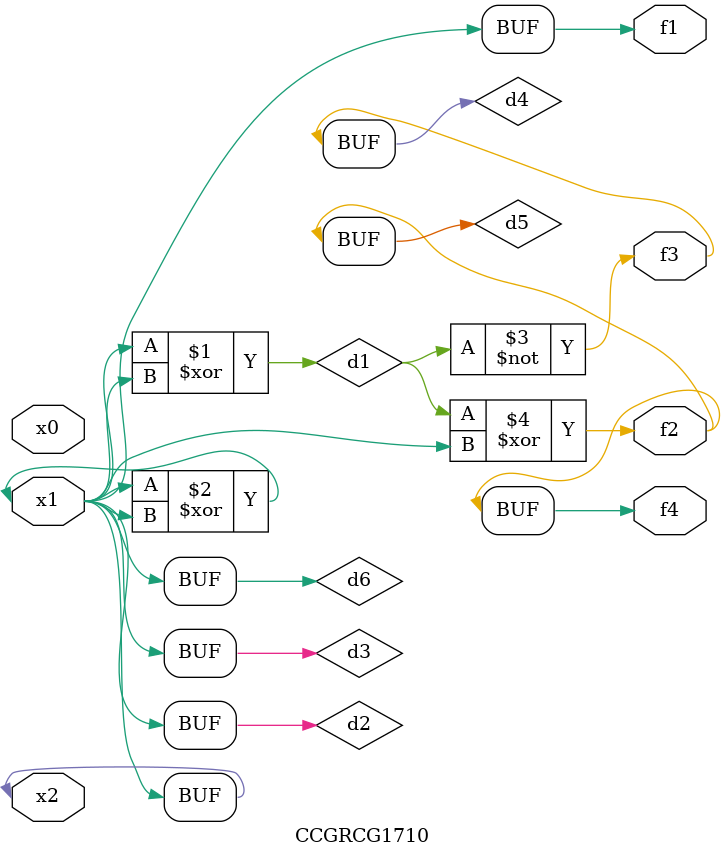
<source format=v>
module CCGRCG1710(
	input x0, x1, x2,
	output f1, f2, f3, f4
);

	wire d1, d2, d3, d4, d5, d6;

	xor (d1, x1, x2);
	buf (d2, x1, x2);
	xor (d3, x1, x2);
	nor (d4, d1);
	xor (d5, d1, d2);
	buf (d6, d2, d3);
	assign f1 = d6;
	assign f2 = d5;
	assign f3 = d4;
	assign f4 = d5;
endmodule

</source>
